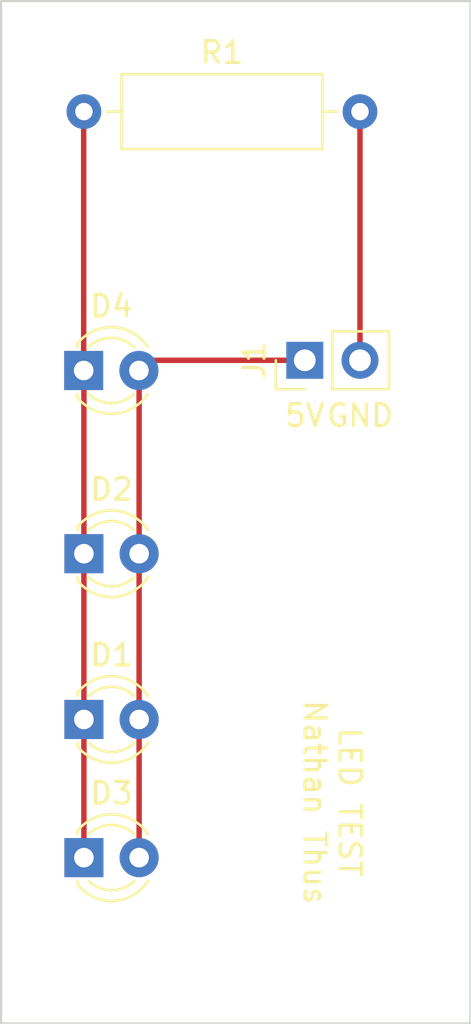
<source format=kicad_pcb>
(kicad_pcb (version 20211014) (generator pcbnew)
  (layers (0 "F.Cu" signal) (31 "B.Cu" signal) (34 "B.Paste" user) (35 "F.Paste" user) (36 "B.SilkS" user "B.Silkscreen") (37 "F.SilkS" user "F.Silkscreen") (38 "B.Mask" user) (39 "F.Mask" user) (44 "Edge.Cuts" user))
  (net 0 "")
  (net 1 "Net-(D1-Pad1)")
  (net 2 "+5V")
  (net 3 "GND")
  (footprint "Resistor_THT:R_Axial_DIN0309_L9.0mm_D3.2mm_P12.70mm_Horizontal" (layer "F.Cu") (at 29.21 21.59)
    (fp_text reference "R1" (at 6.35 -2.72) (layer "F.SilkS"))
    (fp_text value "1K")
    (fp_line (start 1.73 1.72) (end 10.97 1.72) (layer "F.SilkS") (width 0.12))
    (fp_line (start 11.66 0) (end 10.97 0) (layer "F.SilkS") (width 0.12))
    (fp_line (start 1.73 -1.72) (end 1.73 1.72) (layer "F.SilkS") (width 0.12))
    (fp_line (start 10.97 -1.72) (end 1.73 -1.72) (layer "F.SilkS") (width 0.12))
    (fp_line (start 10.97 1.72) (end 10.97 -1.72) (layer "F.SilkS") (width 0.12))
    (fp_line (start 1.04 0) (end 1.73 0) (layer "F.SilkS") (width 0.12))
    (pad "1" thru_hole circle (at 0 0) (size 1.6 1.6) (drill 0.8) (layers *.Cu *.Mask) (net 1 "Net-(D1-Pad1)"))
    (pad "2" thru_hole oval (at 12.7 0) (size 1.6 1.6) (drill 0.8) (layers *.Cu *.Mask) (net 3 "GND"))
  )
  (footprint "Connector_PinHeader_2.54mm:PinHeader_1x02_P2.54mm_Vertical" (layer "F.Cu") (at 39.37 33.02 90)
    (fp_text reference "J1" (at 0 -2.33 90) (layer "F.SilkS"))
    (fp_text value " ")
    (fp_line (start -1.33 1.27) (end 1.33 1.27) (layer "F.SilkS") (width 0.12))
    (fp_line (start -1.33 3.87) (end 1.33 3.87) (layer "F.SilkS") (width 0.12))
    (fp_line (start 1.33 1.27) (end 1.33 3.87) (layer "F.SilkS") (width 0.12))
    (fp_line (start -1.33 1.27) (end -1.33 3.87) (layer "F.SilkS") (width 0.12))
    (fp_line (start -1.33 0) (end -1.33 -1.33) (layer "F.SilkS") (width 0.12))
    (fp_line (start -1.33 -1.33) (end 0 -1.33) (layer "F.SilkS") (width 0.12))
    (pad "1" thru_hole rect (at 0 0 90) (size 1.7 1.7) (drill 1) (layers *.Cu *.Mask) (net 2 "+5V"))
    (pad "2" thru_hole oval (at 0 2.54 90) (size 1.7 1.7) (drill 1) (layers *.Cu *.Mask) (net 3 "GND"))
  )
  (footprint "LED_THT:LED_D3.0mm" (layer "F.Cu") (at 29.2 33.49)
    (fp_text reference "D4" (at 1.27 -2.96) (layer "F.SilkS"))
    (fp_text value "LED")
    (fp_line (start -0.29 -1.236) (end -0.29 -1.08) (layer "F.SilkS") (width 0.12))
    (fp_line (start -0.29 1.08) (end -0.29 1.236) (layer "F.SilkS") (width 0.12))
    (fp_arc (start 2.942335 1.078608) (mid 1.366487 1.987659) (end -0.29 1.235516) (layer "F.SilkS") (width 0.12))
    (fp_arc (start -0.29 -1.235516) (mid 1.366487 -1.987659) (end 2.942335 -1.078608) (layer "F.SilkS") (width 0.12))
    (fp_arc (start 0.229039 -1.08) (mid 1.270117 -1.5) (end 2.31113 -1.079837) (layer "F.SilkS") (width 0.12))
    (fp_arc (start 2.31113 1.079837) (mid 1.270117 1.5) (end 0.229039 1.08) (layer "F.SilkS") (width 0.12))
    (pad "1" thru_hole rect (at 0 0) (size 1.8 1.8) (drill 0.9) (layers *.Cu *.Mask) (net 1 "Net-(D1-Pad1)"))
    (pad "2" thru_hole circle (at 2.54 0) (size 1.8 1.8) (drill 0.9) (layers *.Cu *.Mask) (net 2 "+5V"))
  )
  (footprint "LED_THT:LED_D3.0mm" (layer "F.Cu") (at 29.21 49.53)
    (fp_text reference "D1" (at 1.27 -2.96) (layer "F.SilkS"))
    (fp_text value "LED")
    (fp_line (start -0.29 1.08) (end -0.29 1.236) (layer "F.SilkS") (width 0.12))
    (fp_line (start -0.29 -1.236) (end -0.29 -1.08) (layer "F.SilkS") (width 0.12))
    (fp_arc (start 2.31113 1.079837) (mid 1.270117 1.5) (end 0.229039 1.08) (layer "F.SilkS") (width 0.12))
    (fp_arc (start 0.229039 -1.08) (mid 1.270117 -1.5) (end 2.31113 -1.079837) (layer "F.SilkS") (width 0.12))
    (fp_arc (start -0.29 -1.235516) (mid 1.366487 -1.987659) (end 2.942335 -1.078608) (layer "F.SilkS") (width 0.12))
    (fp_arc (start 2.942335 1.078608) (mid 1.366487 1.987659) (end -0.29 1.235516) (layer "F.SilkS") (width 0.12))
    (pad "1" thru_hole rect (at 0 0) (size 1.8 1.8) (drill 0.9) (layers *.Cu *.Mask) (net 1 "Net-(D1-Pad1)"))
    (pad "2" thru_hole circle (at 2.54 0) (size 1.8 1.8) (drill 0.9) (layers *.Cu *.Mask) (net 2 "+5V"))
  )
  (footprint "LED_THT:LED_D3.0mm" (layer "F.Cu") (at 29.21 41.91)
    (fp_text reference "D2" (at 1.27 -2.96) (layer "F.SilkS"))
    (fp_text value "LED")
    (fp_line (start -0.29 -1.236) (end -0.29 -1.08) (layer "F.SilkS") (width 0.12))
    (fp_line (start -0.29 1.08) (end -0.29 1.236) (layer "F.SilkS") (width 0.12))
    (fp_arc (start -0.29 -1.235516) (mid 1.366487 -1.987659) (end 2.942335 -1.078608) (layer "F.SilkS") (width 0.12))
    (fp_arc (start 0.229039 -1.08) (mid 1.270117 -1.5) (end 2.31113 -1.079837) (layer "F.SilkS") (width 0.12))
    (fp_arc (start 2.31113 1.079837) (mid 1.270117 1.5) (end 0.229039 1.08) (layer "F.SilkS") (width 0.12))
    (fp_arc (start 2.942335 1.078608) (mid 1.366487 1.987659) (end -0.29 1.235516) (layer "F.SilkS") (width 0.12))
    (pad "1" thru_hole rect (at 0 0) (size 1.8 1.8) (drill 0.9) (layers *.Cu *.Mask) (net 1 "Net-(D1-Pad1)"))
    (pad "2" thru_hole circle (at 2.54 0) (size 1.8 1.8) (drill 0.9) (layers *.Cu *.Mask) (net 2 "+5V"))
  )
  (footprint "LED_THT:LED_D3.0mm" (layer "F.Cu") (at 29.21 55.88)
    (fp_text reference "D3" (at 1.27 -2.96) (layer "F.SilkS"))
    (fp_text value "LED")
    (fp_line (start -0.29 -1.236) (end -0.29 -1.08) (layer "F.SilkS") (width 0.12))
    (fp_line (start -0.29 1.08) (end -0.29 1.236) (layer "F.SilkS") (width 0.12))
    (fp_arc (start 0.229039 -1.08) (mid 1.270117 -1.5) (end 2.31113 -1.079837) (layer "F.SilkS") (width 0.12))
    (fp_arc (start -0.29 -1.235516) (mid 1.366487 -1.987659) (end 2.942335 -1.078608) (layer "F.SilkS") (width 0.12))
    (fp_arc (start 2.31113 1.079837) (mid 1.270117 1.5) (end 0.229039 1.08) (layer "F.SilkS") (width 0.12))
    (fp_arc (start 2.942335 1.078608) (mid 1.366487 1.987659) (end -0.29 1.235516) (layer "F.SilkS") (width 0.12))
    (pad "1" thru_hole rect (at 0 0) (size 1.8 1.8) (drill 0.9) (layers *.Cu *.Mask) (net 1 "Net-(D1-Pad1)"))
    (pad "2" thru_hole circle (at 2.54 0) (size 1.8 1.8) (drill 0.9) (layers *.Cu *.Mask) (net 2 "+5V"))
  )
  (gr_rect (start 25.4 16.51) (end 46.99 63.5) (layer "Edge.Cuts") (width 0.1) (fill none))
  (gr_text "5V" (at 39.37 35.56) (layer "F.SilkS") (effects (font (size 1 1))))
  (gr_text "LED TEST\nNathan Thus" (at 40.64 53.34 270) (layer "F.SilkS") (effects (font (size 1 1))))
  (gr_text "GND" (at 41.91 35.56) (layer "F.SilkS") (effects (font (size 1 1))))
  (segment (start 29.21 55.88) (end 29.21 49.53) (width 0.25) (layer "F.Cu") (net 1))
  (segment (start 29.2 33.49) (end 29.2 21.6) (width 0.25) (layer "F.Cu") (net 1))
  (segment (start 29.21 33.5) (end 29.2 33.49) (width 0.25) (layer "F.Cu") (net 1))
  (segment (start 29.21 49.53) (end 29.21 41.91) (width 0.25) (layer "F.Cu") (net 1))
  (segment (start 29.2 21.6) (end 29.21 21.59) (width 0.25) (layer "F.Cu") (net 1))
  (segment (start 29.21 41.91) (end 29.21 33.5) (width 0.25) (layer "F.Cu") (net 1))
  (segment (start 31.75 49.53) (end 31.75 41.91) (width 0.25) (layer "F.Cu") (net 2))
  (segment (start 31.75 41.91) (end 31.75 33.5) (width 0.25) (layer "F.Cu") (net 2))
  (segment (start 32.21 33.02) (end 31.74 33.49) (width 0.25) (layer "F.Cu") (net 2))
  (segment (start 31.75 33.5) (end 31.74 33.49) (width 0.25) (layer "F.Cu") (net 2))
  (segment (start 31.75 55.88) (end 31.75 49.53) (width 0.25) (layer "F.Cu") (net 2))
  (segment (start 39.37 33.02) (end 32.21 33.02) (width 0.25) (layer "F.Cu") (net 2))
  (segment (start 41.91 33.02) (end 41.91 21.59) (width 0.25) (layer "F.Cu") (net 3))
)
</source>
